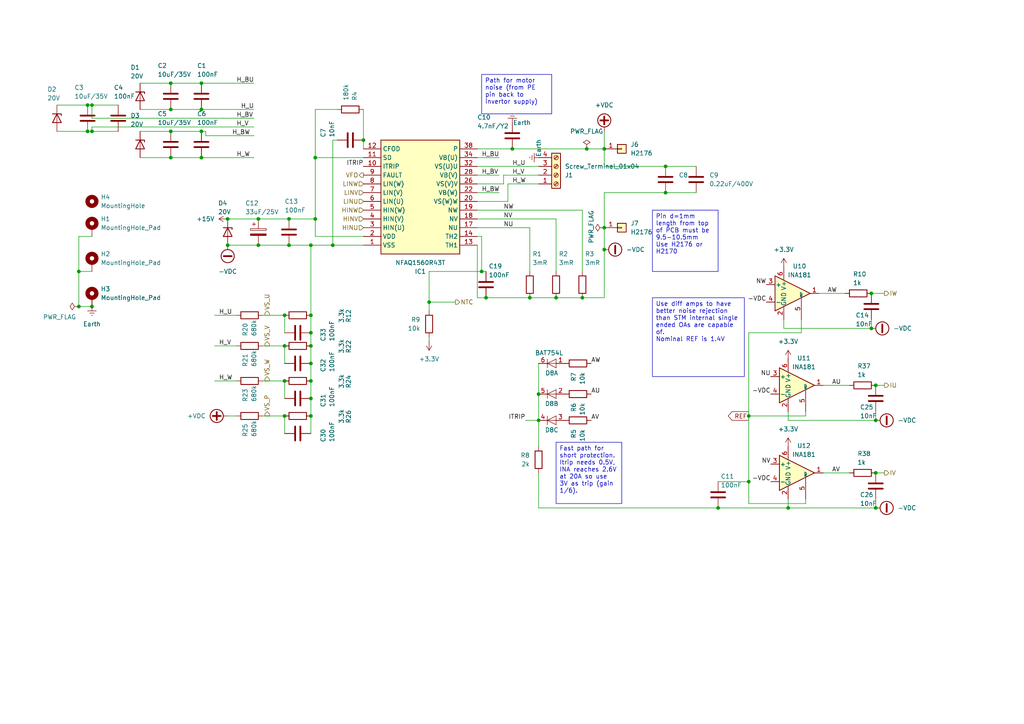
<source format=kicad_sch>
(kicad_sch (version 20231120) (generator "eeschema") (generator_version "8.0")
  (paper "A4")
  (title_block (date "2024-12-11") (rev "B3"))
  (lib_symbols
    (symbol "Amplifier_Current:INA181" (pin_names (offset 0.127))
      (property "Reference" "U" (at 3.81 3.81 0))
      (property "Value" "INA181" (at 3.81 -2.54 0))
      (symbol "INA181_0_1"
        (polyline (pts (xy 5.08 0) (xy -5.08 5.08) (xy -5.08 -5.08) (xy 5.08 0)) (stroke (width 0.254)) (fill (type background)))
      )
      (symbol "INA181_1_1"
        (pin output line (at 7.62 0 180) (length 2.54) (name "~") (number "1"))
        (pin power_in line (at -2.54 -7.62 90) (length 3.81) (name "GND") (number "2"))
        (pin input line (at -7.62 2.54 0) (length 2.54) (name "+") (number "3"))
        (pin input line (at -7.62 -2.54 0) (length 2.54) (name "-") (number "4"))
        (pin input line (at 2.54 -7.62 90) (length 6.35) (name "REF") (number "5"))
        (pin power_in line (at -2.54 7.62 270) (length 3.81) (name "V+") (number "6"))
      )
    )
    (symbol "Connector:Screw_Terminal_01x04" (pin_names (offset 1.016) hide)
      (property "Reference" "J" (at 0 5.08 0))
      (property "Value" "Screw_Terminal_01x04" (at 0 -7.62 0))
      (symbol "Screw_Terminal_01x04_1_1"
        (rectangle (start -1.27 3.81) (end 1.27 -6.35) (stroke (width 0.254)) (fill (type background)))
        (circle (center 0 -5.08) (radius 0.635) (stroke (width 0.1524)))
        (circle (center 0 -2.54) (radius 0.635) (stroke (width 0.1524)))
        (polyline (pts (xy -0.5334 -4.7498) (xy 0.3302 -5.588)) (stroke (width 0.1524)))
        (polyline (pts (xy -0.5334 -2.2098) (xy 0.3302 -3.048)) (stroke (width 0.1524)))
        (polyline (pts (xy -0.5334 0.3302) (xy 0.3302 -0.508)) (stroke (width 0.1524)))
        (polyline (pts (xy -0.5334 2.8702) (xy 0.3302 2.032)) (stroke (width 0.1524)))
        (polyline (pts (xy -0.3556 -4.572) (xy 0.508 -5.4102)) (stroke (width 0.1524)))
        (polyline (pts (xy -0.3556 -2.032) (xy 0.508 -2.8702)) (stroke (width 0.1524)))
        (polyline (pts (xy -0.3556 0.508) (xy 0.508 -0.3302)) (stroke (width 0.1524)))
        (polyline (pts (xy -0.3556 3.048) (xy 0.508 2.2098)) (stroke (width 0.1524)))
        (circle (center 0 0) (radius 0.635) (stroke (width 0.1524)))
        (circle (center 0 2.54) (radius 0.635) (stroke (width 0.1524)))
        (pin passive line (at -5.08 2.54 0) (length 3.81) (name "Pin_1") (number "1"))
        (pin passive line (at -5.08 0 0) (length 3.81) (name "Pin_2") (number "2"))
        (pin passive line (at -5.08 -2.54 0) (length 3.81) (name "Pin_3") (number "3"))
        (pin passive line (at -5.08 -5.08 0) (length 3.81) (name "Pin_4") (number "4"))
      )
    )
    (symbol "Connector_Generic:Conn_01x01" (pin_names (offset 1.016) hide)
      (property "Reference" "J" (at 0 2.54 0))
      (property "Value" "Conn_01x01" (at 0 -2.54 0))
      (symbol "Conn_01x01_1_1"
        (rectangle (start -1.27 0.127) (end 0 -0.127) (stroke (width 0.1524)))
        (rectangle (start -1.27 1.27) (end 1.27 -1.27) (stroke (width 0.254)) (fill (type background)))
        (pin passive line (at -5.08 0 0) (length 3.81) (name "Pin_1") (number "1"))
      )
    )
    (symbol "Device:C" (pin_numbers hide) (pin_names (offset 0.254))
      (property "Reference" "C" (at 0.635 2.54 0))
      (property "Value" "C" (at 0.635 -2.54 0))
      (symbol "C_0_1"
        (polyline (pts (xy -2.032 -0.762) (xy 2.032 -0.762)) (stroke (width 0.508)))
        (polyline (pts (xy -2.032 0.762) (xy 2.032 0.762)) (stroke (width 0.508)))
      )
      (symbol "C_1_1"
        (pin passive line (at 0 3.81 270) (length 2.794) (name "~") (number "1"))
        (pin passive line (at 0 -3.81 90) (length 2.794) (name "~") (number "2"))
      )
    )
    (symbol "Device:C_Polarized" (pin_numbers hide) (pin_names (offset 0.254))
      (property "Reference" "C" (at 0.635 2.54 0))
      (property "Value" "C_Polarized" (at 0.635 -2.54 0))
      (symbol "C_Polarized_0_1"
        (rectangle (start -2.286 0.508) (end 2.286 1.016))
        (polyline (pts (xy -1.778 2.286) (xy -0.762 2.286)))
        (polyline (pts (xy -1.27 2.794) (xy -1.27 1.778)))
        (rectangle (start 2.286 -0.508) (end -2.286 -1.016) (fill (type outline)))
      )
      (symbol "C_Polarized_1_1"
        (pin passive line (at 0 3.81 270) (length 2.794) (name "~") (number "1"))
        (pin passive line (at 0 -3.81 90) (length 2.794) (name "~") (number "2"))
      )
    )
    (symbol "Device:D_Zener" (pin_numbers hide) (pin_names (offset 1.016) hide)
      (property "Reference" "D" (at 0 2.54 0))
      (property "Value" "D_Zener" (at 0 -2.54 0))
      (symbol "D_Zener_0_1"
        (polyline (pts (xy 1.27 0) (xy -1.27 0)))
        (polyline (pts (xy -1.27 -1.27) (xy -1.27 1.27) (xy -0.762 1.27)) (stroke (width 0.254)))
        (polyline (pts (xy 1.27 -1.27) (xy 1.27 1.27) (xy -1.27 0) (xy 1.27 -1.27)) (stroke (width 0.254)))
      )
      (symbol "D_Zener_1_1"
        (pin passive line (at -3.81 0 0) (length 2.54) (name "K") (number "1"))
        (pin passive line (at 3.81 0 180) (length 2.54) (name "A") (number "2"))
      )
    )
    (symbol "Device:R" (pin_numbers hide) (pin_names (offset 0))
      (property "Reference" "R" (at 2.032 0 90))
      (property "Value" "R" (at 0 0 90))
      (symbol "R_0_1"
        (rectangle (start -1.016 -2.54) (end 1.016 2.54) (stroke (width 0.254)))
      )
      (symbol "R_1_1"
        (pin passive line (at 0 3.81 270) (length 1.27) (name "~") (number "1"))
        (pin passive line (at 0 -3.81 90) (length 1.27) (name "~") (number "2"))
      )
    )
    (symbol "Diode:BAS16TW" (pin_names (offset 1.016) hide)
      (property "Reference" "D" (at 0 2.54 0))
      (property "Value" "BAS16TW" (at 0 -2.54 0))
      (symbol "BAS16TW_0_1"
        (polyline (pts (xy -1.27 1.27) (xy -1.27 -1.27)) (stroke (width 0.1524)))
        (polyline (pts (xy 1.27 0) (xy -1.27 0)))
        (polyline (pts (xy 1.27 1.27) (xy 1.27 -1.27)))
        (polyline (pts (xy 1.27 1.27) (xy -1.27 0) (xy 1.27 -1.27)))
      )
      (symbol "BAS16TW_1_1"
        (pin passive line (at 3.81 0 180) (length 2.54) (name "A") (number "1"))
        (pin passive line (at -3.81 0 0) (length 2.54) (name "K") (number "6"))
      )
      (symbol "BAS16TW_2_1"
        (pin passive line (at 3.81 0 180) (length 2.54) (name "A") (number "2"))
        (pin passive line (at -3.81 0 0) (length 2.54) (name "K") (number "5"))
      )
      (symbol "BAS16TW_3_1"
        (pin passive line (at 3.81 0 180) (length 2.54) (name "A") (number "3"))
        (pin passive line (at -3.81 0 0) (length 2.54) (name "K") (number "4"))
      )
    )
    (symbol "EAX:NFAQ1560R43T"
      (property "Reference" "IC" (at 29.21 7.62 0))
      (property "Value" "NFAQ1560R43T" (at 29.21 5.08 0))
      (symbol "NFAQ1560R43T_1_1"
        (rectangle (start 5.08 2.54) (end 27.94 -30.48) (stroke (width 0.254)) (fill (type background)))
        (pin power_in line (at 0 0 0) (length 5.08) (name "VSS") (number "1"))
        (pin passive line (at 0 -22.86 0) (length 5.08) (name "ITRIP") (number "10"))
        (pin passive line (at 0 -25.4 0) (length 5.08) (name "SD") (number "11"))
        (pin passive line (at 0 -27.94 0) (length 5.08) (name "CFOD") (number "12"))
        (pin passive line (at 33.02 0 180) (length 5.08) (name "TH1") (number "13"))
        (pin passive line (at 33.02 -2.54 180) (length 5.08) (name "TH2") (number "14"))
        (pin passive line (at 33.02 -5.08 180) (length 5.08) (name "NU") (number "17"))
        (pin passive line (at 33.02 -7.62 180) (length 5.08) (name "NV") (number "18"))
        (pin passive line (at 33.02 -10.16 180) (length 5.08) (name "NW") (number "19"))
        (pin power_in line (at 0 -2.54 0) (length 5.08) (name "VDD") (number "2"))
        (pin passive line (at 33.02 -12.7 180) (length 5.08) (name "VS(W)W") (number "20"))
        (pin passive line (at 33.02 -15.24 180) (length 5.08) (name "VB(W)") (number "22"))
        (pin passive line (at 33.02 -17.78 180) (length 5.08) (name "VS(V)V") (number "26"))
        (pin passive line (at 33.02 -20.32 180) (length 5.08) (name "VB(V)") (number "28"))
        (pin input line (at 0 -5.08 0) (length 5.08) (name "HIN(U)") (number "3"))
        (pin passive line (at 33.02 -22.86 180) (length 5.08) (name "VS(U)U") (number "32"))
        (pin passive line (at 33.02 -25.4 180) (length 5.08) (name "VB(U)") (number "34"))
        (pin power_in line (at 33.02 -27.94 180) (length 5.08) (name "P") (number "38"))
        (pin input line (at 0 -7.62 0) (length 5.08) (name "HIN(V)") (number "4"))
        (pin input line (at 0 -10.16 0) (length 5.08) (name "HIN(W)") (number "5"))
        (pin input line (at 0 -12.7 0) (length 5.08) (name "LIN(U)") (number "6"))
        (pin input line (at 0 -15.24 0) (length 5.08) (name "LIN(V)") (number "7"))
        (pin input line (at 0 -17.78 0) (length 5.08) (name "LIN(W)") (number "8"))
        (pin open_collector line (at 0 -20.32 0) (length 5.08) (name "FAULT") (number "9"))
      )
    )
    (symbol "Mechanical:MountingHole" (pin_names (offset 1.016)) (exclude_from_sim yes) (in_bom no)
      (property "Reference" "H" (at 0 5.08 0))
      (property "Value" "MountingHole" (at 0 3.175 0))
      (symbol "MountingHole_0_1"
        (circle (center 0 0) (radius 1.27) (stroke (width 1.27)))
      )
    )
    (symbol "Mechanical:MountingHole_Pad" (pin_numbers hide) (pin_names (offset 1.016) hide) (exclude_from_sim yes) (in_bom no)
      (property "Reference" "H" (at 0 6.35 0))
      (property "Value" "MountingHole_Pad" (at 0 4.445 0))
      (symbol "MountingHole_Pad_0_1"
        (circle (center 0 1.27) (radius 1.27) (stroke (width 1.27)))
      )
      (symbol "MountingHole_Pad_1_1"
        (pin input line (at 0 -2.54 90) (length 2.54) (name "1") (number "1"))
      )
    )
    (symbol "power:+15V" (power) (pin_numbers hide) (pin_names (offset 0) hide)
      (property "Value" "+15V" (at 0 3.556 0))
      (symbol "+15V_0_1"
        (polyline (pts (xy -0.762 1.27) (xy 0 2.54)))
        (polyline (pts (xy 0 0) (xy 0 2.54)))
        (polyline (pts (xy 0 2.54) (xy 0.762 1.27)))
      )
      (symbol "+15V_1_1"
        (pin power_in line (at 0 0 90) (length 0) (name "~") (number "1"))
      )
    )
    (symbol "power:+3.3V" (power) (pin_numbers hide) (pin_names (offset 0) hide)
      (property "Value" "+3.3V" (at 0 3.556 0))
      (symbol "+3.3V_0_1"
        (polyline (pts (xy -0.762 1.27) (xy 0 2.54)))
        (polyline (pts (xy 0 0) (xy 0 2.54)))
        (polyline (pts (xy 0 2.54) (xy 0.762 1.27)))
      )
      (symbol "+3.3V_1_1"
        (pin power_in line (at 0 0 90) (length 0) (name "~") (number "1"))
      )
    )
    (symbol "power:+VDC" (power) (pin_numbers hide) (pin_names (offset 0) hide)
      (property "Value" "+VDC" (at 0 6.35 0))
      (symbol "+VDC_0_1"
        (polyline (pts (xy -1.143 3.175) (xy 1.143 3.175)) (stroke (width 0.508)))
        (polyline (pts (xy 0 0) (xy 0 1.27)))
        (polyline (pts (xy 0 2.032) (xy 0 4.318)) (stroke (width 0.508)))
        (circle (center 0 3.175) (radius 1.905) (stroke (width 0.254)))
      )
      (symbol "+VDC_1_1"
        (pin power_in line (at 0 0 90) (length 0) (name "~") (number "1"))
      )
    )
    (symbol "power:-VDC" (power) (pin_numbers hide) (pin_names (offset 0) hide)
      (property "Value" "-VDC" (at 0 6.35 0))
      (symbol "-VDC_0_1"
        (polyline (pts (xy -1.143 3.175) (xy 1.143 3.175)) (stroke (width 0.508)))
        (polyline (pts (xy 0 0) (xy 0 1.27)))
        (circle (center 0 3.175) (radius 1.905) (stroke (width 0.254)))
      )
      (symbol "-VDC_1_1"
        (pin power_in line (at 0 0 90) (length 0) (name "~") (number "1"))
      )
    )
    (symbol "power:Earth" (power) (pin_numbers hide) (pin_names (offset 0) hide)
      (property "Value" "Earth" (at 0 -3.81 0))
      (symbol "Earth_0_1"
        (polyline (pts (xy -0.635 -1.905) (xy 0.635 -1.905)))
        (polyline (pts (xy -0.127 -2.54) (xy 0.127 -2.54)))
        (polyline (pts (xy 0 -1.27) (xy 0 0)))
        (polyline (pts (xy 1.27 -1.27) (xy -1.27 -1.27)))
      )
      (symbol "Earth_1_1"
        (pin power_in line (at 0 0 270) (length 0) (name "~") (number "1"))
      )
    )
    (symbol "power:PWR_FLAG" (power) (pin_numbers hide) (pin_names (offset 0) hide)
      (property "Value" "PWR_FLAG" (at 0 3.81 0))
      (symbol "PWR_FLAG_0_0"
        (pin power_out line (at 0 0 90) (length 0) (name "~") (number "1"))
      )
      (symbol "PWR_FLAG_0_1"
        (polyline (pts (xy 0 0) (xy 0 1.27) (xy -1.016 1.905) (xy 0 2.54) (xy 1.016 1.905) (xy 0 1.27)))
      )
    )
  )
  (junction (at 25.4 38.1))
  (junction (at 74.93 71.12))
  (junction (at 90.17 96.52))
  (junction (at 26.67 30.48))
  (junction (at 90.17 105.41))
  (junction (at 49.53 38.1))
  (junction (at 105.41 40.64))
  (junction (at 193.04 48.26))
  (junction (at 58.42 45.72))
  (junction (at 82.55 120.65))
  (junction (at 217.17 139.7))
  (junction (at 175.26 66.04))
  (junction (at 74.93 63.5))
  (junction (at 25.4 30.48))
  (junction (at 90.17 115.57))
  (junction (at 175.26 72.39))
  (junction (at 90.17 110.49))
  (junction (at 96.52 71.12))
  (junction (at 90.17 91.44))
  (junction (at 58.42 24.13))
  (junction (at 228.6 147.32))
  (junction (at 156.21 121.92))
  (junction (at 26.67 88.9))
  (junction (at 26.67 38.1))
  (junction (at 254 147.32))
  (junction (at 156.21 114.3))
  (junction (at 90.17 120.65))
  (junction (at 168.91 86.36))
  (junction (at 208.28 147.32))
  (junction (at 124.46 87.63))
  (junction (at 140.97 86.36))
  (junction (at 217.17 120.65))
  (junction (at 91.44 63.5))
  (junction (at 22.86 88.9))
  (junction (at 170.18 43.18))
  (junction (at 90.17 100.33))
  (junction (at 91.44 45.72))
  (junction (at 58.42 38.1))
  (junction (at 58.42 31.75))
  (junction (at 49.53 24.13))
  (junction (at 82.55 110.49))
  (junction (at 153.67 86.36))
  (junction (at 139.7 78.74))
  (junction (at 66.04 71.12))
  (junction (at 83.82 63.5))
  (junction (at 252.73 95.25))
  (junction (at 148.59 43.18))
  (junction (at 22.86 78.74))
  (junction (at 49.53 31.75))
  (junction (at 252.73 85.09))
  (junction (at 254 121.92))
  (junction (at 82.55 91.44))
  (junction (at 254 111.76))
  (junction (at 82.55 100.33))
  (junction (at 90.17 71.12))
  (junction (at 193.04 55.88))
  (junction (at 83.82 71.12))
  (junction (at 175.26 43.18))
  (junction (at 66.04 63.5))
  (junction (at 254 137.16))
  (junction (at 49.53 45.72))
  (junction (at 161.29 86.36))
  (wire (pts (xy 138.43 68.58) (xy 139.7 68.58)))
  (wire (pts (xy 153.67 66.04) (xy 153.67 78.74)))
  (wire (pts (xy 139.7 78.74) (xy 124.46 78.74)))
  (wire (pts (xy 161.29 86.36) (xy 168.91 86.36)))
  (wire (pts (xy 175.26 55.88) (xy 175.26 66.04)))
  (wire (pts (xy 124.46 87.63) (xy 132.08 87.63)))
  (wire (pts (xy 25.4 30.48) (xy 26.67 30.48)))
  (wire (pts (xy 228.6 121.92) (xy 254 121.92)))
  (wire (pts (xy 83.82 63.5) (xy 91.44 63.5)))
  (wire (pts (xy 26.67 36.83) (xy 26.67 38.1)))
  (wire (pts (xy 90.17 115.57) (xy 90.17 120.65)))
  (wire (pts (xy 22.86 78.74) (xy 26.67 78.74)))
  (wire (pts (xy 76.2 100.33) (xy 82.55 100.33)))
  (wire (pts (xy 232.41 92.71) (xy 232.41 96.52)))
  (wire (pts (xy 90.17 105.41) (xy 90.17 110.49)))
  (wire (pts (xy 139.7 78.74) (xy 140.97 78.74)))
  (wire (pts (xy 90.17 91.44) (xy 90.17 96.52)))
  (wire (pts (xy 82.55 120.65) (xy 82.55 125.73)))
  (wire (pts (xy 153.67 86.36) (xy 161.29 86.36)))
  (wire (pts (xy 91.44 31.75) (xy 91.44 45.72)))
  (wire (pts (xy 90.17 96.52) (xy 90.17 100.33)))
  (wire (pts (xy 168.91 60.96) (xy 168.91 78.74)))
  (wire (pts (xy 74.93 71.12) (xy 83.82 71.12)))
  (wire (pts (xy 148.59 43.18) (xy 170.18 43.18)))
  (wire (pts (xy 26.67 34.29) (xy 73.66 34.29)))
  (wire (pts (xy 233.68 119.38) (xy 233.68 120.65)))
  (wire (pts (xy 254 147.32) (xy 254 144.78)))
  (wire (pts (xy 16.51 38.1) (xy 25.4 38.1)))
  (wire (pts (xy 233.68 120.65) (xy 217.17 120.65)))
  (wire (pts (xy 138.43 45.72) (xy 144.78 45.72)))
  (wire (pts (xy 233.68 146.05) (xy 233.68 144.78)))
  (wire (pts (xy 175.26 55.88) (xy 193.04 55.88)))
  (wire (pts (xy 90.17 110.49) (xy 90.17 115.57)))
  (wire (pts (xy 208.28 139.7) (xy 217.17 139.7)))
  (wire (pts (xy 58.42 31.75) (xy 73.66 31.75)))
  (wire (pts (xy 26.67 36.83) (xy 73.66 36.83)))
  (wire (pts (xy 74.93 63.5) (xy 83.82 63.5)))
  (wire (pts (xy 91.44 63.5) (xy 91.44 68.58)))
  (wire (pts (xy 90.17 71.12) (xy 90.17 91.44)))
  (wire (pts (xy 97.79 31.75) (xy 91.44 31.75)))
  (wire (pts (xy 26.67 34.29) (xy 26.67 30.48)))
  (wire (pts (xy 156.21 121.92) (xy 156.21 129.54)))
  (wire (pts (xy 146.05 53.34) (xy 146.05 50.8)))
  (wire (pts (xy 147.32 53.34) (xy 156.21 53.34)))
  (wire (pts (xy 217.17 146.05) (xy 233.68 146.05)))
  (wire (pts (xy 138.43 43.18) (xy 148.59 43.18)))
  (wire (pts (xy 90.17 120.65) (xy 90.17 125.73)))
  (wire (pts (xy 59.69 39.37) (xy 73.66 39.37)))
  (wire (pts (xy 96.52 71.12) (xy 105.41 71.12)))
  (wire (pts (xy 193.04 48.26) (xy 201.93 48.26)))
  (wire (pts (xy 227.33 92.71) (xy 227.33 95.25)))
  (wire (pts (xy 138.43 58.42) (xy 147.32 58.42)))
  (wire (pts (xy 26.67 38.1) (xy 34.29 38.1)))
  (wire (pts (xy 58.42 24.13) (xy 73.66 24.13)))
  (wire (pts (xy 228.6 119.38) (xy 228.6 121.92)))
  (wire (pts (xy 175.26 38.1) (xy 175.26 43.18)))
  (wire (pts (xy 156.21 114.3) (xy 156.21 121.92)))
  (wire (pts (xy 105.41 40.64) (xy 105.41 43.18)))
  (wire (pts (xy 62.23 100.33) (xy 68.58 100.33)))
  (wire (pts (xy 91.44 45.72) (xy 91.44 63.5)))
  (wire (pts (xy 227.33 95.25) (xy 252.73 95.25)))
  (wire (pts (xy 76.2 91.44) (xy 82.55 91.44)))
  (wire (pts (xy 228.6 147.32) (xy 254 147.32)))
  (wire (pts (xy 254 121.92) (xy 254 119.38)))
  (wire (pts (xy 16.51 30.48) (xy 25.4 30.48)))
  (wire (pts (xy 254 137.16) (xy 256.54 137.16)))
  (wire (pts (xy 245.11 85.09) (xy 237.49 85.09)))
  (wire (pts (xy 139.7 68.58) (xy 139.7 78.74)))
  (wire (pts (xy 138.43 48.26) (xy 156.21 48.26)))
  (wire (pts (xy 22.86 88.9) (xy 26.67 88.9)))
  (wire (pts (xy 138.43 55.88) (xy 144.78 55.88)))
  (wire (pts (xy 146.05 50.8) (xy 156.21 50.8)))
  (wire (pts (xy 59.69 38.1) (xy 58.42 38.1)))
  (wire (pts (xy 161.29 63.5) (xy 161.29 78.74)))
  (wire (pts (xy 62.23 110.49) (xy 68.58 110.49)))
  (wire (pts (xy 59.69 39.37) (xy 59.69 38.1)))
  (wire (pts (xy 22.86 78.74) (xy 22.86 88.9)))
  (wire (pts (xy 228.6 147.32) (xy 208.28 147.32)))
  (wire (pts (xy 40.64 24.13) (xy 49.53 24.13)))
  (wire (pts (xy 66.04 120.65) (xy 68.58 120.65)))
  (wire (pts (xy 124.46 78.74) (xy 124.46 87.63)))
  (wire (pts (xy 138.43 50.8) (xy 144.78 50.8)))
  (wire (pts (xy 26.67 30.48) (xy 34.29 30.48)))
  (wire (pts (xy 140.97 86.36) (xy 153.67 86.36)))
  (wire (pts (xy 138.43 63.5) (xy 161.29 63.5)))
  (wire (pts (xy 66.04 63.5) (xy 74.93 63.5)))
  (wire (pts (xy 96.52 40.64) (xy 96.52 71.12)))
  (wire (pts (xy 217.17 120.65) (xy 217.17 139.7)))
  (wire (pts (xy 246.38 111.76) (xy 238.76 111.76)))
  (wire (pts (xy 170.18 43.18) (xy 175.26 43.18)))
  (wire (pts (xy 76.2 110.49) (xy 82.55 110.49)))
  (wire (pts (xy 90.17 100.33) (xy 90.17 105.41)))
  (wire (pts (xy 58.42 45.72) (xy 73.66 45.72)))
  (wire (pts (xy 26.67 68.58) (xy 22.86 68.58)))
  (wire (pts (xy 124.46 97.79) (xy 124.46 99.06)))
  (wire (pts (xy 138.43 53.34) (xy 146.05 53.34)))
  (wire (pts (xy 105.41 45.72) (xy 91.44 45.72)))
  (wire (pts (xy 138.43 86.36) (xy 140.97 86.36)))
  (wire (pts (xy 40.64 45.72) (xy 49.53 45.72)))
  (wire (pts (xy 193.04 55.88) (xy 201.93 55.88)))
  (wire (pts (xy 217.17 96.52) (xy 217.17 120.65)))
  (wire (pts (xy 82.55 100.33) (xy 82.55 105.41)))
  (wire (pts (xy 49.53 24.13) (xy 58.42 24.13)))
  (wire (pts (xy 22.86 68.58) (xy 22.86 78.74)))
  (wire (pts (xy 246.38 137.16) (xy 238.76 137.16)))
  (wire (pts (xy 175.26 72.39) (xy 175.26 86.36)))
  (wire (pts (xy 152.4 121.92) (xy 156.21 121.92)))
  (wire (pts (xy 82.55 91.44) (xy 82.55 96.52)))
  (wire (pts (xy 49.53 45.72) (xy 58.42 45.72)))
  (wire (pts (xy 156.21 137.16) (xy 156.21 147.32)))
  (wire (pts (xy 138.43 86.36) (xy 138.43 71.12)))
  (wire (pts (xy 175.26 66.04) (xy 175.26 72.39)))
  (wire (pts (xy 228.6 144.78) (xy 228.6 147.32)))
  (wire (pts (xy 97.79 40.64) (xy 96.52 40.64)))
  (wire (pts (xy 147.32 58.42) (xy 147.32 53.34)))
  (wire (pts (xy 138.43 60.96) (xy 168.91 60.96)))
  (wire (pts (xy 49.53 31.75) (xy 58.42 31.75)))
  (wire (pts (xy 90.17 71.12) (xy 96.52 71.12)))
  (wire (pts (xy 40.64 31.75) (xy 49.53 31.75)))
  (wire (pts (xy 252.73 85.09) (xy 256.54 85.09)))
  (wire (pts (xy 252.73 95.25) (xy 252.73 92.71)))
  (wire (pts (xy 175.26 48.26) (xy 193.04 48.26)))
  (wire (pts (xy 175.26 43.18) (xy 175.26 48.26)))
  (wire (pts (xy 156.21 105.41) (xy 156.21 114.3)))
  (wire (pts (xy 138.43 66.04) (xy 153.67 66.04)))
  (wire (pts (xy 254 111.76) (xy 256.54 111.76)))
  (wire (pts (xy 217.17 139.7) (xy 217.17 146.05)))
  (wire (pts (xy 66.04 71.12) (xy 74.93 71.12)))
  (wire (pts (xy 83.82 71.12) (xy 90.17 71.12)))
  (wire (pts (xy 232.41 96.52) (xy 217.17 96.52)))
  (wire (pts (xy 82.55 110.49) (xy 82.55 115.57)))
  (wire (pts (xy 25.4 38.1) (xy 26.67 38.1)))
  (wire (pts (xy 40.64 38.1) (xy 49.53 38.1)))
  (wire (pts (xy 105.41 31.75) (xy 105.41 40.64)))
  (wire (pts (xy 62.23 91.44) (xy 68.58 91.44)))
  (wire (pts (xy 156.21 147.32) (xy 208.28 147.32)))
  (wire (pts (xy 91.44 68.58) (xy 105.41 68.58)))
  (wire (pts (xy 124.46 90.17) (xy 124.46 87.63)))
  (wire (pts (xy 49.53 38.1) (xy 58.42 38.1)))
  (wire (pts (xy 175.26 86.36) (xy 168.91 86.36)))
  (wire (pts (xy 76.2 120.65) (xy 82.55 120.65)))
  (text_box "Pin d=1mm length from top of PCB must be 9.5-10.5mm\nUse H2176 or H2170" (at 189.23 60.96 0) (size 19.05 17.78) (effects (font (size 1.27 1.27)) (justify left top)))
  (text_box "Fast path for short protection. Itrip needs 0.5V,\nINA reaches 2.6V at 20A so use 3V as trip (gain 1/6)." (at 161.29 128.27 0) (size 19.05 17.78) (effects (font (size 1.27 1.27)) (justify left top)))
  (text_box "Use diff amps to have better noise rejection than STM internal single \nended OAs are capable of.\nNominal REF is 1.4V" (at 189.23 86.36 0) (size 26.67 22.86) (effects (font (size 1.27 1.27)) (justify left top)))
  (text_box "Path for motor noise (from PE pin back to invertor supply)" (at 139.7 21.59 0) (size 20.32 11.43) (effects (font (size 1.27 1.27)) (justify left top)))
  (label "NU" (at 223.52 109.22 180))
  (label "H_BV" (at 139.7 50.8 0))
  (label "H_U" (at 148.59 48.26 0))
  (label "H_BV" (at 68.58 34.29 0))
  (label "NU" (at 146.05 66.04 0))
  (label "H_V" (at 68.58 36.83 0))
  (label "H_W" (at 148.59 53.34 0))
  (label "NV" (at 223.52 134.62 180))
  (label "H_W" (at 63.5 110.49 0))
  (label "-VDC" (at 223.52 114.3 180))
  (label "H_U" (at 63.5 91.44 0))
  (label "AV" (at 241.3 137.16 0))
  (label "H_W" (at 68.58 45.72 0))
  (label "H_BU" (at 68.58 24.13 0))
  (label "H_BW" (at 139.7 55.88 0))
  (label "NW" (at 146.05 60.96 0))
  (label "H_BU" (at 139.7 45.72 0))
  (label "ITRIP" (at 105.41 48.26 180))
  (label "NV" (at 146.05 63.5 0))
  (label "AW" (at 171.45 105.41 0))
  (label "-VDC" (at 223.52 139.7 180))
  (label "ITRIP" (at 152.4 121.92 180))
  (label "H_V" (at 63.5 100.33 0))
  (label "AU" (at 171.45 114.3 0))
  (label "AU" (at 241.3 111.76 0))
  (label "H_BW" (at 67.31 39.37 0))
  (label "-VDC" (at 222.25 87.63 180))
  (label "AW" (at 240.03 85.09 0))
  (label "AV" (at 171.45 121.92 0))
  (label "H_V" (at 148.59 50.8 0))
  (label "H_U" (at 69.85 31.75 0))
  (label "NW" (at 222.25 82.55 180))
  (global_label "REF" (shape output) (at 217.17 120.65 180) (property "Intersheetrefs" "${INTERSHEET_REFS}" (effects (hide yes))))
  (hierarchical_label "HINW" (shape input) (at 105.41 60.96 180))
  (hierarchical_label "LINW" (shape input) (at 105.41 53.34 180))
  (hierarchical_label "VS_W" (shape output) (at 77.47 110.49 90))
  (hierarchical_label "HINU" (shape input) (at 105.41 66.04 180))
  (hierarchical_label "VS_U" (shape output) (at 77.47 91.44 90))
  (hierarchical_label "VS_V" (shape output) (at 77.47 100.33 90))
  (hierarchical_label "VS_P" (shape output) (at 77.47 120.65 90))
  (hierarchical_label "HINV" (shape input) (at 105.41 63.5 180))
  (hierarchical_label "IV" (shape output) (at 256.54 137.16 0))
  (hierarchical_label "VFO" (shape output) (at 105.41 50.8 180))
  (hierarchical_label "IU" (shape output) (at 256.54 111.76 0))
  (hierarchical_label "LINV" (shape input) (at 105.41 55.88 180))
  (hierarchical_label "LINU" (shape input) (at 105.41 58.42 180))
  (hierarchical_label "NTC" (shape output) (at 132.08 87.63 0))
  (hierarchical_label "IW" (shape output) (at 256.54 85.09 0))
  (symbol (lib_id "Device:C") (at 86.36 105.41 90) (unit 1)
    (property "Reference" "C32" (at 93.726 107.95 0) (effects (justify left)))
    (property "Value" "100nF" (at 96.266 107.95 0) (effects (justify left)))
    (property "Footprint" "Capacitor_SMD:C_0603_1608Metric" (effects (hide yes)))
    (property "Description" "Unpolarized capacitor" (effects (hide yes)))
  )
  (symbol (lib_id "Device:C") (at 86.36 125.73 90) (unit 1)
    (property "Reference" "C30" (at 93.726 128.27 0) (effects (justify left)))
    (property "Value" "100nF" (at 96.266 128.27 0) (effects (justify left)))
    (property "Footprint" "Capacitor_SMD:C_0603_1608Metric" (effects (hide yes)))
    (property "Description" "Unpolarized capacitor" (effects (hide yes)))
  )
  (symbol (lib_id "Device:R") (at 72.39 120.65 90) (unit 1)
    (property "Reference" "R25" (at 71.12 126.746 0) (effects (justify left)))
    (property "Value" "680k" (at 73.66 126.746 0) (effects (justify left)))
    (property "Footprint" "Resistor_SMD:R_MiniMELF_MMA-0204" (effects (hide yes)))
    (property "Description" "Resistor" (effects (hide yes)))
  )
  (symbol (lib_id "Device:C") (at 254 115.57 0) (unit 1)
    (property "Reference" "C25" (at 249.428 118.11 0) (effects (justify left)))
    (property "Value" "10nF" (at 249.428 120.65 0) (effects (justify left)))
    (property "Footprint" "Capacitor_SMD:C_0603_1608Metric" (effects (hide yes)))
    (property "Description" "Unpolarized capacitor" (effects (hide yes)))
  )
  (symbol (lib_id "Device:R") (at 250.19 137.16 270) (mirror x) (unit 1)
    (property "Reference" "R38" (at 248.666 131.572 90) (effects (justify left)))
    (property "Value" "1k" (at 248.666 134.112 90) (effects (justify left)))
    (property "Footprint" "Resistor_SMD:R_0603_1608Metric_Pad0.98x0.95mm_HandSolder" (effects (hide yes)))
    (property "Description" "Resistor" (effects (hide yes)))
  )
  (symbol (lib_id "Device:C") (at 208.28 143.51 0) (unit 1)
    (property "Reference" "C11" (at 209.042 138.176 0) (effects (justify left)))
    (property "Value" "100nF" (at 209.042 140.716 0) (effects (justify left)))
    (property "Footprint" "Capacitor_SMD:C_0603_1608Metric" (effects (hide yes)))
    (property "Description" "Unpolarized capacitor" (effects (hide yes)))
  )
  (symbol (lib_id "Device:C_Polarized") (at 74.93 67.31 0) (unit 1)
    (property "Reference" "C12" (at 71.12 58.928 0) (effects (justify left)))
    (property "Value" "33uF/25V" (at 71.12 61.468 0) (effects (justify left)))
    (property "Footprint" "Capacitor_Tantalum_SMD:CP_EIA-6032-28_Kemet-C" (effects (hide yes)))
    (property "Description" "Polarized capacitor" (effects (hide yes)))
  )
  (symbol (lib_id "Device:R") (at 86.36 110.49 90) (mirror x) (unit 1)
    (property "Reference" "R24" (at 101.092 108.712 0) (effects (justify left)))
    (property "Value" "3.3k" (at 99.06 108.458 0) (effects (justify left)))
    (property "Footprint" "Resistor_SMD:R_0603_1608Metric_Pad0.98x0.95mm_HandSolder" (effects (hide yes)))
    (property "Description" "Resistor" (effects (hide yes)))
  )
  (symbol (lib_id "Connector_Generic:Conn_01x01") (at 180.34 43.18 0) (unit 1)
    (property "Reference" "J6" (at 182.88 41.9099 0) (effects (justify left)))
    (property "Value" "H2176" (at 182.88 44.4499 0) (effects (justify left)))
    (property "Footprint" "Connector_Pin:Pin_D1.3mm_L11.0mm" (effects (hide yes)))
    (property "Description" "Generic connector, single row, 01x01, script generated (kicad-library-utils/schlib/autogen/connector/)" (effects (hide yes)))
  )
  (symbol (lib_id "Device:R") (at 156.21 133.35 0) (mirror y) (unit 1)
    (property "Reference" "R8" (at 153.67 132.0799 0) (effects (justify left)))
    (property "Value" "2k" (at 153.67 134.6199 0) (effects (justify left)))
    (property "Footprint" "Resistor_SMD:R_0603_1608Metric_Pad0.98x0.95mm_HandSolder" (effects (hide yes)))
    (property "Description" "Resistor" (effects (hide yes)))
  )
  (symbol (lib_id "Device:R") (at 167.64 121.92 90) (mirror x) (unit 1)
    (property "Reference" "R5" (at 166.3699 124.46 0) (effects (justify left)))
    (property "Value" "10k" (at 168.9099 124.46 0) (effects (justify left)))
    (property "Footprint" "Resistor_SMD:R_0603_1608Metric_Pad0.98x0.95mm_HandSolder" (effects (hide yes)))
    (property "Description" "Resistor" (effects (hide yes)))
  )
  (symbol (lib_id "power:-VDC") (at 175.26 72.39 270) (unit 1)
    (property "Reference" "#PWR01" (effects (hide yes)))
    (property "Value" "-VDC" (at 181.61 72.3899 90) (effects (justify left)))
    (property "Description" "Power symbol creates a global label with name \"-VDC\"" (effects (hide yes)))
  )
  (symbol (lib_id "Device:C") (at 252.73 88.9 0) (unit 1)
    (property "Reference" "C14" (at 248.158 91.44 0) (effects (justify left)))
    (property "Value" "10nF" (at 248.158 93.98 0) (effects (justify left)))
    (property "Footprint" "Capacitor_SMD:C_0603_1608Metric" (effects (hide yes)))
    (property "Description" "Unpolarized capacitor" (effects (hide yes)))
  )
  (symbol (lib_id "Device:C") (at 83.82 67.31 0) (unit 1)
    (property "Reference" "C13" (at 82.55 58.42 0) (effects (justify left)))
    (property "Value" "100nF" (at 82.55 60.96 0) (effects (justify left)))
    (property "Footprint" "Capacitor_SMD:C_0603_1608Metric" (effects (hide yes)))
    (property "Description" "Unpolarized capacitor" (effects (hide yes)))
  )
  (symbol (lib_id "Device:R") (at 101.6 31.75 270) (mirror x) (unit 1)
    (property "Reference" "R4" (at 102.8701 29.21 0) (effects (justify left)))
    (property "Value" "180k" (at 100.3301 29.21 0) (effects (justify left)))
    (property "Footprint" "Resistor_SMD:R_0603_1608Metric_Pad0.98x0.95mm_HandSolder" (effects (hide yes)))
    (property "Description" "Resistor" (effects (hide yes)))
  )
  (symbol (lib_id "Device:R") (at 168.91 82.55 0) (unit 1)
    (property "Reference" "R3" (at 169.672 73.66 0) (effects (justify left)))
    (property "Value" "3mR" (at 169.672 76.2 0) (effects (justify left)))
    (property "Footprint" "Resistor_SMD:R_1206_3216Metric" (effects (hide yes)))
    (property "Description" "Resistor" (effects (hide yes)))
  )
  (symbol (lib_id "power:Earth") (at 156.21 45.72 270) (unit 1)
    (property "Reference" "#PWR02" (effects (hide yes)))
    (property "Value" "Earth" (at 156.21 42.926 0))
    (property "Description" "Power symbol creates a global label with name \"Earth\"" (effects (hide yes)))
  )
  (symbol (lib_id "power:+15V") (at 66.04 63.5 90) (unit 1)
    (property "Reference" "#PWR013" (effects (hide yes)))
    (property "Value" "+15V" (at 62.23 63.4999 90) (effects (justify left)))
    (property "Description" "Power symbol creates a global label with name \"+15V\"" (effects (hide yes)))
  )
  (symbol (lib_id "Amplifier_Current:INA181") (at 231.14 137.16 0) (unit 1)
    (property "Reference" "U12" (at 233.172 129.286 0))
    (property "Value" "INA181" (at 233.172 131.826 0))
    (property "Footprint" "Package_TO_SOT_SMD:SOT-363_SC-70-6" (effects (hide yes)))
    (property "Datasheet" "http://www.ti.com/lit/ds/symlink/ina181.pdf" (effects (hide yes)))
    (property "Description" "Bidirectional, Low- and High-Side Voltage Output, Current-Sense Amplifier, SOT-23-6" (effects (hide yes)))
  )
  (symbol (lib_id "Diode:BAS16TW") (at 160.02 114.3 0) (unit 2)
    (property "Reference" "D8" (at 160.02 117.094 0))
    (property "Value" "BAT754L" (effects (hide yes)))
    (property "Footprint" "Package_TO_SOT_SMD:SOT-363_SC-70-6" (effects (hide yes)))
    (property "Datasheet" "http://www.diodes.com/datasheets/ds30154.pdf" (effects (hide yes)))
    (property "Description" "Fast switching diode array 3 independent" (effects (hide yes)))
  )
  (symbol (lib_id "Device:R") (at 161.29 82.55 0) (unit 1)
    (property "Reference" "R2" (at 162.052 73.66 0) (effects (justify left)))
    (property "Value" "3mR" (at 162.052 76.2 0) (effects (justify left)))
    (property "Footprint" "Resistor_SMD:R_1206_3216Metric" (effects (hide yes)))
    (property "Description" "Resistor" (effects (hide yes)))
  )
  (symbol (lib_id "power:+3.3V") (at 227.33 77.47 0) (unit 1)
    (property "Reference" "#PWR068" (effects (hide yes)))
    (property "Value" "+3.3V" (at 227.33 72.39 0))
    (property "Description" "Power symbol creates a global label with name \"+3.3V\"" (effects (hide yes)))
  )
  (symbol (lib_id "Amplifier_Current:INA181") (at 231.14 111.76 0) (unit 1)
    (property "Reference" "U11" (at 233.172 103.886 0))
    (property "Value" "INA181" (at 233.172 106.426 0))
    (property "Footprint" "Package_TO_SOT_SMD:SOT-363_SC-70-6" (effects (hide yes)))
    (property "Datasheet" "http://www.ti.com/lit/ds/symlink/ina181.pdf" (effects (hide yes)))
    (property "Description" "Bidirectional, Low- and High-Side Voltage Output, Current-Sense Amplifier, SOT-23-6" (effects (hide yes)))
  )
  (symbol (lib_id "Device:R") (at 124.46 93.98 0) (mirror y) (unit 1)
    (property "Reference" "R9" (at 121.92 92.7099 0) (effects (justify left)))
    (property "Value" "10k" (at 121.92 95.2499 0) (effects (justify left)))
    (property "Footprint" "Resistor_SMD:R_0603_1608Metric_Pad0.98x0.95mm_HandSolder" (effects (hide yes)))
    (property "Description" "Resistor" (effects (hide yes)))
  )
  (symbol (lib_id "Mechanical:MountingHole_Pad") (at 26.67 66.04 0) (unit 1) (exclude_from_sim yes) (in_bom no)
    (property "Reference" "H1" (at 29.21 63.4999 0) (effects (justify left)))
    (property "Value" "MountingHole_Pad" (at 29.21 66.0399 0) (effects (justify left)))
    (property "Footprint" "MountingHole:MountingHole_3.2mm_M3_DIN965_Pad_TopBottom" (effects (hide yes)))
    (property "Description" "Mounting Hole with connection" (effects (hide yes)))
  )
  (symbol (lib_id "Device:C") (at 140.97 82.55 0) (unit 1)
    (property "Reference" "C19" (at 141.732 77.216 0) (effects (justify left)))
    (property "Value" "100nF" (at 141.732 79.756 0) (effects (justify left)))
    (property "Footprint" "Capacitor_SMD:C_0603_1608Metric" (effects (hide yes)))
    (property "Description" "Unpolarized capacitor" (effects (hide yes)))
  )
  (symbol (lib_id "Device:C") (at 49.53 27.94 0) (unit 1)
    (property "Reference" "C2" (at 45.72 19.05 0) (effects (justify left)))
    (property "Value" "10uF/35V" (at 45.72 21.59 0) (effects (justify left)))
    (property "Footprint" "Capacitor_SMD:C_1210_3225Metric" (effects (hide yes)))
    (property "Description" "Unpolarized capacitor" (effects (hide yes)))
  )
  (symbol (lib_id "power:+VDC") (at 175.26 38.1 0) (unit 1)
    (property "Reference" "#PWR03" (effects (hide yes)))
    (property "Value" "+VDC" (at 175.26 30.48 0))
    (property "Description" "Power symbol creates a global label with name \"+VDC\"" (effects (hide yes)))
  )
  (symbol (lib_id "Device:R") (at 72.39 110.49 90) (unit 1)
    (property "Reference" "R23" (at 71.12 116.586 0) (effects (justify left)))
    (property "Value" "680k" (at 73.66 116.586 0) (effects (justify left)))
    (property "Footprint" "Resistor_SMD:R_MiniMELF_MMA-0204" (effects (hide yes)))
    (property "Description" "Resistor" (effects (hide yes)))
  )
  (symbol (lib_id "power:+VDC") (at 66.04 120.65 90) (unit 1)
    (property "Reference" "#PWR019" (effects (hide yes)))
    (property "Value" "+VDC" (at 59.69 120.6499 90) (effects (justify left)))
    (property "Description" "Power symbol creates a global label with name \"+VDC\"" (effects (hide yes)))
  )
  (symbol (lib_id "Device:C") (at 86.36 96.52 90) (unit 1)
    (property "Reference" "C33" (at 93.726 99.06 0) (effects (justify left)))
    (property "Value" "100nF" (at 96.266 99.06 0) (effects (justify left)))
    (property "Footprint" "Capacitor_SMD:C_0603_1608Metric" (effects (hide yes)))
    (property "Description" "Unpolarized capacitor" (effects (hide yes)))
  )
  (symbol (lib_id "Device:C") (at 58.42 27.94 0) (unit 1)
    (property "Reference" "C1" (at 57.15 19.05 0) (effects (justify left)))
    (property "Value" "100nF" (at 57.15 21.59 0) (effects (justify left)))
    (property "Footprint" "Capacitor_SMD:C_0603_1608Metric" (effects (hide yes)))
    (property "Description" "Unpolarized capacitor" (effects (hide yes)))
  )
  (symbol (lib_id "power:-VDC") (at 252.73 95.25 270) (unit 1)
    (property "Reference" "#PWR066" (effects (hide yes)))
    (property "Value" "-VDC" (at 259.08 95.2499 90) (effects (justify left)))
    (property "Description" "Power symbol creates a global label with name \"-VDC\"" (effects (hide yes)))
  )
  (symbol (lib_id "Device:C") (at 58.42 41.91 0) (unit 1)
    (property "Reference" "C6" (at 57.15 33.02 0) (effects (justify left)))
    (property "Value" "100nF" (at 57.15 35.56 0) (effects (justify left)))
    (property "Footprint" "Capacitor_SMD:C_0603_1608Metric" (effects (hide yes)))
    (property "Description" "Unpolarized capacitor" (effects (hide yes)))
  )
  (symbol (lib_id "Connector:Screw_Terminal_01x04") (at 161.29 50.8 0) (mirror x) (unit 1)
    (property "Reference" "J1" (at 163.83 50.8001 0) (effects (justify left)))
    (property "Value" "Screw_Terminal_01x04" (at 163.83 48.2601 0) (effects (justify left)))
    (property "Footprint" "TerminalBlock_Altech:Altech_AK300_1x04_P5.00mm_45-Degree" (effects (hide yes)))
    (property "Description" "Generic screw terminal, single row, 01x04, script generated (kicad-library-utils/schlib/autogen/connector/)" (effects (hide yes)))
  )
  (symbol (lib_id "power:PWR_FLAG") (at 175.26 66.04 90) (unit 1)
    (property "Reference" "#FLG06" (effects (hide yes)))
    (property "Value" "PWR_FLAG" (at 171.45 70.612 0) (effects (justify left)))
    (property "Description" "Special symbol for telling ERC where power comes from" (effects (hide yes)))
  )
  (symbol (lib_id "Device:C") (at 86.36 115.57 90) (unit 1)
    (property "Reference" "C31" (at 93.726 118.11 0) (effects (justify left)))
    (property "Value" "100nF" (at 96.266 118.11 0) (effects (justify left)))
    (property "Footprint" "Capacitor_SMD:C_0603_1608Metric" (effects (hide yes)))
    (property "Description" "Unpolarized capacitor" (effects (hide yes)))
  )
  (symbol (lib_id "Device:R") (at 248.92 85.09 270) (mirror x) (unit 1)
    (property "Reference" "R10" (at 247.396 79.502 90) (effects (justify left)))
    (property "Value" "1k" (at 247.396 82.042 90) (effects (justify left)))
    (property "Footprint" "Resistor_SMD:R_0603_1608Metric_Pad0.98x0.95mm_HandSolder" (effects (hide yes)))
    (property "Description" "Resistor" (effects (hide yes)))
  )
  (symbol (lib_id "Device:D_Zener") (at 40.64 41.91 270) (unit 1)
    (property "Reference" "D3" (at 37.846 33.528 90) (effects (justify left)))
    (property "Value" "20V" (at 37.846 36.068 90) (effects (justify left)))
    (property "Footprint" "Diode_SMD:D_MiniMELF" (effects (hide yes)))
    (property "Description" "Zener diode" (effects (hide yes)))
    (property "Partno" "BZV55C20" (effects (hide yes)))
  )
  (symbol (lib_id "power:Earth") (at 148.59 35.56 180) (unit 1)
    (property "Reference" "#PWR074" (effects (hide yes)))
    (property "Value" "Earth" (at 151.384 35.56 0))
    (property "Description" "Power symbol creates a global label with name \"Earth\"" (effects (hide yes)))
  )
  (symbol (lib_id "Device:C") (at 49.53 41.91 0) (unit 1)
    (property "Reference" "C5" (at 45.72 33.02 0) (effects (justify left)))
    (property "Value" "10uF/35V" (at 45.72 35.56 0) (effects (justify left)))
    (property "Footprint" "Capacitor_SMD:C_1210_3225Metric" (effects (hide yes)))
    (property "Description" "Unpolarized capacitor" (effects (hide yes)))
  )
  (symbol (lib_id "power:Earth") (at 26.67 88.9 0) (unit 1)
    (property "Reference" "#PWR026" (effects (hide yes)))
    (property "Value" "Earth" (at 26.67 93.98 0))
    (property "Description" "Power symbol creates a global label with name \"Earth\"" (effects (hide yes)))
  )
  (symbol (lib_id "Device:R") (at 167.64 114.3 90) (mirror x) (unit 1)
    (property "Reference" "R6" (at 166.3699 116.84 0) (effects (justify left)))
    (property "Value" "10k" (at 168.9099 116.84 0) (effects (justify left)))
    (property "Footprint" "Resistor_SMD:R_0603_1608Metric_Pad0.98x0.95mm_HandSolder" (effects (hide yes)))
    (property "Description" "Resistor" (effects (hide yes)))
  )
  (symbol (lib_id "Connector_Generic:Conn_01x01") (at 180.34 66.04 0) (unit 1)
    (property "Reference" "J7" (at 182.88 64.7699 0) (effects (justify left)))
    (property "Value" "H2176" (at 182.88 67.3099 0) (effects (justify left)))
    (property "Footprint" "Connector_Pin:Pin_D1.3mm_L11.0mm" (effects (hide yes)))
    (property "Description" "Generic connector, single row, 01x01, script generated (kicad-library-utils/schlib/autogen/connector/)" (effects (hide yes)))
  )
  (symbol (lib_id "Device:C") (at 148.59 39.37 0) (unit 1)
    (property "Reference" "C10" (at 138.43 34.036 0) (effects (justify left)))
    (property "Value" "4.7nF/Y2" (at 138.43 36.576 0) (effects (justify left)))
    (property "Footprint" "Capacitor_SMD:C_2220_5750Metric" (effects (hide yes)))
    (property "Description" "Unpolarized capacitor" (effects (hide yes)))
  )
  (symbol (lib_id "Device:R") (at 153.67 82.55 0) (unit 1)
    (property "Reference" "R1" (at 154.432 73.66 0) (effects (justify left)))
    (property "Value" "3mR" (at 154.432 76.2 0) (effects (justify left)))
    (property "Footprint" "Resistor_SMD:R_1206_3216Metric" (effects (hide yes)))
    (property "Description" "Resistor" (effects (hide yes)))
  )
  (symbol (lib_id "Diode:BAS16TW") (at 160.02 105.41 0) (unit 1)
    (property "Reference" "D8" (at 160.02 108.204 0))
    (property "Value" "BAT754L" (at 159.258 102.362 0))
    (property "Footprint" "Package_TO_SOT_SMD:SOT-363_SC-70-6" (effects (hide yes)))
    (property "Datasheet" "http://www.diodes.com/datasheets/ds30154.pdf" (effects (hide yes)))
    (property "Description" "Fast switching diode array 3 independent" (effects (hide yes)))
  )
  (symbol (lib_id "power:PWR_FLAG") (at 170.18 43.18 0) (unit 1)
    (property "Reference" "#FLG05" (effects (hide yes)))
    (property "Value" "PWR_FLAG" (at 170.18 38.1 0))
    (property "Description" "Special symbol for telling ERC where power comes from" (effects (hide yes)))
  )
  (symbol (lib_id "power:PWR_FLAG") (at 22.86 88.9 90) (unit 1)
    (property "Reference" "#FLG07" (effects (hide yes)))
    (property "Value" "PWR_FLAG" (at 22.098 91.948 90) (effects (justify left)))
    (property "Description" "Special symbol for telling ERC where power comes from" (effects (hide yes)))
  )
  (symbol (lib_id "power:+3.3V") (at 228.6 104.14 0) (unit 1)
    (property "Reference" "#PWR069" (effects (hide yes)))
    (property "Value" "+3.3V" (at 228.6 99.06 0))
    (property "Description" "Power symbol creates a global label with name \"+3.3V\"" (effects (hide yes)))
  )
  (symbol (lib_id "Mechanical:MountingHole_Pad") (at 26.67 86.36 0) (unit 1) (exclude_from_sim yes) (in_bom no)
    (property "Reference" "H3" (at 29.21 83.8199 0) (effects (justify left)))
    (property "Value" "MountingHole_Pad" (at 29.21 86.3599 0) (effects (justify left)))
    (property "Footprint" "MountingHole:MountingHole_3.2mm_M3_DIN965_Pad_TopBottom" (effects (hide yes)))
    (property "Description" "Mounting Hole with connection" (effects (hide yes)))
  )
  (symbol (lib_id "Mechanical:MountingHole_Pad") (at 26.67 76.2 0) (unit 1) (exclude_from_sim yes) (in_bom no)
    (property "Reference" "H2" (at 29.21 73.6599 0) (effects (justify left)))
    (property "Value" "MountingHole_Pad" (at 29.21 76.1999 0) (effects (justify left)))
    (property "Footprint" "MountingHole:MountingHole_3.2mm_M3_DIN965_Pad_TopBottom" (effects (hide yes)))
    (property "Description" "Mounting Hole with connection" (effects (hide yes)))
  )
  (symbol (lib_id "Device:R") (at 72.39 91.44 90) (unit 1)
    (property "Reference" "R20" (at 71.12 97.536 0) (effects (justify left)))
    (property "Value" "680k" (at 73.66 97.536 0) (effects (justify left)))
    (property "Footprint" "Resistor_SMD:R_MiniMELF_MMA-0204" (effects (hide yes)))
    (property "Description" "Resistor" (effects (hide yes)))
  )
  (symbol (lib_id "power:+3.3V") (at 228.6 129.54 0) (unit 1)
    (property "Reference" "#PWR071" (effects (hide yes)))
    (property "Value" "+3.3V" (at 228.6 124.46 0))
    (property "Description" "Power symbol creates a global label with name \"+3.3V\"" (effects (hide yes)))
  )
  (symbol (lib_id "Device:R") (at 86.36 120.65 90) (mirror x) (unit 1)
    (property "Reference" "R26" (at 101.092 118.872 0) (effects (justify left)))
    (property "Value" "3.3k" (at 99.06 118.618 0) (effects (justify left)))
    (property "Footprint" "Resistor_SMD:R_0603_1608Metric_Pad0.98x0.95mm_HandSolder" (effects (hide yes)))
    (property "Description" "Resistor" (effects (hide yes)))
  )
  (symbol (lib_id "Device:R") (at 86.36 100.33 90) (mirror x) (unit 1)
    (property "Reference" "R22" (at 101.092 98.552 0) (effects (justify left)))
    (property "Value" "3.3k" (at 99.06 98.298 0) (effects (justify left)))
    (property "Footprint" "Resistor_SMD:R_0603_1608Metric_Pad0.98x0.95mm_HandSolder" (effects (hide yes)))
    (property "Description" "Resistor" (effects (hide yes)))
  )
  (symbol (lib_id "Device:C") (at 254 140.97 0) (unit 1)
    (property "Reference" "C26" (at 249.428 143.51 0) (effects (justify left)))
    (property "Value" "10nF" (at 249.428 146.05 0) (effects (justify left)))
    (property "Footprint" "Capacitor_SMD:C_0603_1608Metric" (effects (hide yes)))
    (property "Description" "Unpolarized capacitor" (effects (hide yes)))
  )
  (symbol (lib_id "Device:C") (at 34.29 34.29 0) (unit 1)
    (property "Reference" "C4" (at 33.02 25.4 0) (effects (justify left)))
    (property "Value" "100nF" (at 33.02 27.94 0) (effects (justify left)))
    (property "Footprint" "Capacitor_SMD:C_0603_1608Metric" (effects (hide yes)))
    (property "Description" "Unpolarized capacitor" (effects (hide yes)))
  )
  (symbol (lib_id "power:-VDC") (at 66.04 71.12 180) (unit 1)
    (property "Reference" "#PWR025" (effects (hide yes)))
    (property "Value" "-VDC" (at 66.04 78.74 0))
    (property "Description" "Power symbol creates a global label with name \"-VDC\"" (effects (hide yes)))
  )
  (symbol (lib_id "Device:C") (at 101.6 40.64 90) (unit 1)
    (property "Reference" "C7" (at 93.726 39.878 0) (effects (justify left)))
    (property "Value" "10nF" (at 96.266 39.878 0) (effects (justify left)))
    (property "Footprint" "Capacitor_SMD:C_0603_1608Metric" (effects (hide yes)))
    (property "Description" "Unpolarized capacitor" (effects (hide yes)))
  )
  (symbol (lib_id "Device:C") (at 201.93 52.07 0) (unit 1)
    (property "Reference" "C9" (at 205.74 50.7999 0) (effects (justify left)))
    (property "Value" "0.22uF/400V" (at 205.74 53.3399 0) (effects (justify left)))
    (property "Footprint" "Capacitor_SMD:C_2220_5750Metric_Pad1.97x5.40mm_HandSolder" (effects (hide yes)))
    (property "Description" "Unpolarized capacitor" (effects (hide yes)))
  )
  (symbol (lib_id "EAX:NFAQ1560R43T") (at 105.41 71.12 0) (mirror x) (unit 1)
    (property "Reference" "IC1" (at 121.92 78.74 0))
    (property "Value" "NFAQ1560R43T" (at 121.92 76.2 0))
    (property "Footprint" "EAX:NFAQ1560R43T" (effects (hide yes)))
    (property "Datasheet" "https://www.onsemi.com/download/data-sheet/pdf/nfaq1560r43t-d.pdf" (effects (hide yes)))
    (property "Description" "Motor / Motion / Ignition Controllers & Drivers DIPS6 V3 RC 600V/15A LONG LEAD" (effects (hide yes)))
    (property "Height" "5.9" (effects (hide yes)))
    (property "Manufacturer_Name" "onsemi" (effects (hide yes)))
    (property "Manufacturer_Part_Number" "NFAQ1560R43T" (effects (hide yes)))
    (property "Mouser Part Number" "863-NFAQ1560R43T" (effects (hide yes)))
    (property "Mouser Price/Stock" "https://www.mouser.co.uk/ProductDetail/onsemi/NFAQ1560R43T?qs=stqOd1AaK78KEZtdloBxcg%3D%3D" (effects (hide yes)))
    (property "Arrow Part Number" "NFAQ1560R43T" (effects (hide yes)))
    (property "Arrow Price/Stock" "https://www.arrow.com/en/products/nfaq1560r43t/on-semiconductor?region=nac" (effects (hide yes)))
  )
  (symbol (lib_id "Device:R") (at 250.19 111.76 270) (mirror x) (unit 1)
    (property "Reference" "R37" (at 248.666 106.172 90) (effects (justify left)))
    (property "Value" "1k" (at 248.666 108.712 90) (effects (justify left)))
    (property "Footprint" "Resistor_SMD:R_0603_1608Metric_Pad0.98x0.95mm_HandSolder" (effects (hide yes)))
    (property "Description" "Resistor" (effects (hide yes)))
  )
  (symbol (lib_id "power:+3.3V") (at 124.46 99.06 180) (unit 1)
    (property "Reference" "#PWR028" (effects (hide yes)))
    (property "Value" "+3.3V" (at 124.46 104.14 0))
    (property "Description" "Power symbol creates a global label with name \"+3.3V\"" (effects (hide yes)))
  )
  (symbol (lib_id "Device:R") (at 86.36 91.44 90) (mirror x) (unit 1)
    (property "Reference" "R12" (at 101.092 89.662 0) (effects (justify left)))
    (property "Value" "3.3k" (at 99.06 89.408 0) (effects (justify left)))
    (property "Footprint" "Resistor_SMD:R_0603_1608Metric_Pad0.98x0.95mm_HandSolder" (effects (hide yes)))
    (property "Description" "Resistor" (effects (hide yes)))
  )
  (symbol (lib_id "power:-VDC") (at 254 147.32 270) (unit 1)
    (property "Reference" "#PWR072" (effects (hide yes)))
    (property "Value" "-VDC" (at 260.35 147.3199 90) (effects (justify left)))
    (property "Description" "Power symbol creates a global label with name \"-VDC\"" (effects (hide yes)))
  )
  (symbol (lib_id "Diode:BAS16TW") (at 160.02 121.92 0) (unit 3)
    (property "Reference" "D8" (at 160.02 124.714 0))
    (property "Value" "BAT754L" (effects (hide yes)))
    (property "Footprint" "Package_TO_SOT_SMD:SOT-363_SC-70-6" (effects (hide yes)))
    (property "Datasheet" "http://www.diodes.com/datasheets/ds30154.pdf" (effects (hide yes)))
    (property "Description" "Fast switching diode array 3 independent" (effects (hide yes)))
  )
  (symbol (lib_id "Device:R") (at 167.64 105.41 90) (mirror x) (unit 1)
    (property "Reference" "R7" (at 166.3699 107.95 0) (effects (justify left)))
    (property "Value" "10k" (at 168.9099 107.95 0) (effects (justify left)))
    (property "Footprint" "Resistor_SMD:R_0603_1608Metric_Pad0.98x0.95mm_HandSolder" (effects (hide yes)))
    (property "Description" "Resistor" (effects (hide yes)))
  )
  (symbol (lib_id "Device:C") (at 193.04 52.07 0) (unit 1)
    (property "Reference" "C8" (at 196.85 50.7999 0) (effects (justify left)))
    (property "Value" "0.22uF/400V" (effects (hide yes)))
    (property "Footprint" "Capacitor_SMD:C_2220_5750Metric_Pad1.97x5.40mm_HandSolder" (effects (hide yes)))
    (property "Description" "Unpolarized capacitor" (effects (hide yes)))
  )
  (symbol (lib_id "Device:D_Zener") (at 16.51 34.29 270) (unit 1)
    (property "Reference" "D2" (at 13.716 25.908 90) (effects (justify left)))
    (property "Value" "20V" (at 13.716 28.448 90) (effects (justify left)))
    (property "Footprint" "Diode_SMD:D_MiniMELF" (effects (hide yes)))
    (property "Description" "Zener diode" (effects (hide yes)))
    (property "Partno" "BZV55C20" (effects (hide yes)))
  )
  (symbol (lib_id "power:-VDC") (at 254 121.92 270) (unit 1)
    (property "Reference" "#PWR070" (effects (hide yes)))
    (property "Value" "-VDC" (at 260.35 121.9199 90) (effects (justify left)))
    (property "Description" "Power symbol creates a global label with name \"-VDC\"" (effects (hide yes)))
  )
  (symbol (lib_id "Amplifier_Current:INA181") (at 229.87 85.09 0) (unit 1)
    (property "Reference" "U10" (at 231.902 77.216 0))
    (property "Value" "INA181" (at 231.902 79.756 0))
    (property "Footprint" "Package_TO_SOT_SMD:SOT-363_SC-70-6" (effects (hide yes)))
    (property "Datasheet" "http://www.ti.com/lit/ds/symlink/ina181.pdf" (effects (hide yes)))
    (property "Description" "Bidirectional, Low- and High-Side Voltage Output, Current-Sense Amplifier, SOT-23-6" (effects (hide yes)))
  )
  (symbol (lib_id "Mechanical:MountingHole") (at 26.67 58.42 0) (unit 1) (exclude_from_sim yes) (in_bom no)
    (property "Reference" "H4" (at 29.21 57.1499 0) (effects (justify left)))
    (property "Value" "MountingHole" (at 29.21 59.6899 0) (effects (justify left)))
    (property "Footprint" "MountingHole:MountingHole_3.2mm_M3_DIN965" (effects (hide yes)))
    (property "Description" "Mounting Hole without connection" (effects (hide yes)))
  )
  (symbol (lib_id "Device:D_Zener") (at 66.04 67.31 270) (unit 1)
    (property "Reference" "D4" (at 63.246 58.928 90) (effects (justify left)))
    (property "Value" "20V" (at 63.246 61.468 90) (effects (justify left)))
    (property "Footprint" "Diode_SMD:D_MiniMELF" (effects (hide yes)))
    (property "Description" "Zener diode" (effects (hide yes)))
    (property "Partno" "BZV55C20" (effects (hide yes)))
  )
  (symbol (lib_id "Device:D_Zener") (at 40.64 27.94 270) (unit 1)
    (property "Reference" "D1" (at 37.846 19.558 90) (effects (justify left)))
    (property "Value" "20V" (at 37.846 22.098 90) (effects (justify left)))
    (property "Footprint" "Diode_SMD:D_MiniMELF" (effects (hide yes)))
    (property "Description" "Zener diode" (effects (hide yes)))
    (property "Partno" "BZV55C20" (effects (hide yes)))
  )
  (symbol (lib_id "Device:R") (at 72.39 100.33 90) (unit 1)
    (property "Reference" "R21" (at 71.12 106.426 0) (effects (justify left)))
    (property "Value" "680k" (at 73.66 106.426 0) (effects (justify left)))
    (property "Footprint" "Resistor_SMD:R_MiniMELF_MMA-0204" (effects (hide yes)))
    (property "Description" "Resistor" (effects (hide yes)))
  )
  (symbol (lib_id "Device:C") (at 25.4 34.29 0) (unit 1)
    (property "Reference" "C3" (at 21.59 25.4 0) (effects (justify left)))
    (property "Value" "10uF/35V" (at 21.59 27.94 0) (effects (justify left)))
    (property "Footprint" "Capacitor_SMD:C_1210_3225Metric" (effects (hide yes)))
    (property "Description" "Unpolarized capacitor" (effects (hide yes)))
  )
)
</source>
